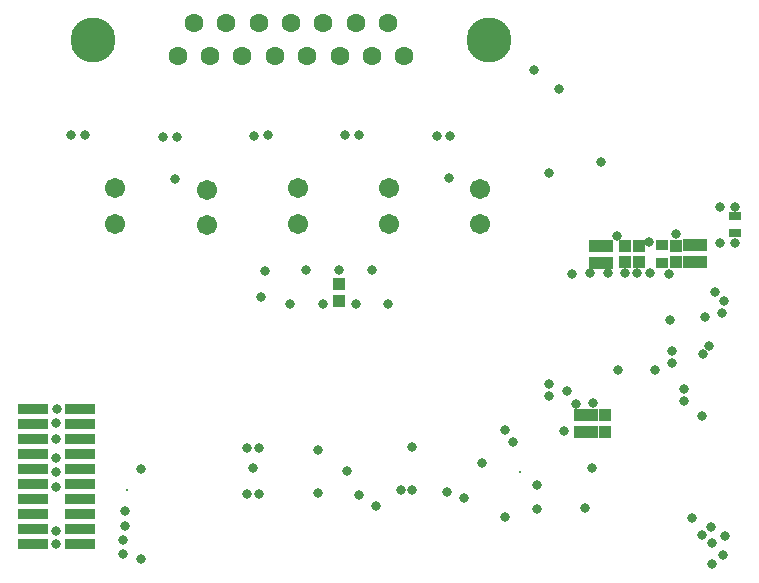
<source format=gbs>
%FSLAX25Y25*%
%MOIN*%
G70*
G01*
G75*
G04 Layer_Color=16711935*
%ADD10R,0.03150X0.03150*%
%ADD11O,0.00984X0.05906*%
%ADD12O,0.05906X0.00984*%
%ADD13R,0.03543X0.02559*%
%ADD14R,0.01575X0.01378*%
%ADD15R,0.09449X0.06693*%
%ADD16R,0.04528X0.02756*%
%ADD17R,0.03150X0.02362*%
%ADD18R,0.03543X0.02362*%
%ADD19R,0.05000X0.10000*%
%ADD20C,0.04000*%
%ADD21R,0.02400X0.07400*%
%ADD22C,0.03000*%
%ADD23C,0.00800*%
%ADD24C,0.02000*%
%ADD25C,0.01500*%
%ADD26C,0.02500*%
%ADD27C,0.01000*%
%ADD28C,0.00700*%
%ADD29C,0.01200*%
%ADD30R,0.05700X0.15400*%
%ADD31R,0.07500X0.37100*%
%ADD32R,0.06900X0.17500*%
%ADD33R,0.31800X0.05600*%
%ADD34R,0.45600X0.06300*%
%ADD35R,0.08100X0.04200*%
%ADD36R,0.09200X0.14200*%
%ADD37R,0.09400X0.04200*%
%ADD38R,0.23100X0.07700*%
%ADD39R,0.14800X0.05700*%
%ADD40R,0.03600X0.14100*%
%ADD41R,0.02200X0.05400*%
%ADD42R,0.02158X0.06200*%
%ADD43R,0.22800X0.13900*%
%ADD44C,0.05906*%
%ADD45C,0.05512*%
%ADD46C,0.14173*%
%ADD47C,0.02500*%
%ADD48R,0.09449X0.02992*%
%ADD49R,0.38300X0.04600*%
%ADD50R,0.25500X0.07100*%
%ADD51R,0.15800X0.14200*%
%ADD52R,0.21700X0.05400*%
%ADD53R,0.25000X0.07200*%
%ADD54R,0.23800X0.05800*%
%ADD55R,0.25700X0.08500*%
%ADD56R,0.24900X0.08000*%
%ADD57C,0.02362*%
%ADD58C,0.00984*%
%ADD59C,0.00600*%
%ADD60C,0.00787*%
%ADD61R,0.03950X0.03950*%
%ADD62O,0.01784X0.06706*%
%ADD63O,0.06706X0.01784*%
%ADD64R,0.04343X0.03359*%
%ADD65R,0.02375X0.02178*%
%ADD66R,0.10249X0.07493*%
%ADD67R,0.05328X0.03556*%
%ADD68R,0.03950X0.03162*%
%ADD69R,0.04343X0.03162*%
%ADD70R,0.05800X0.10800*%
%ADD71C,0.04800*%
%ADD72R,0.02800X0.07800*%
%ADD73C,0.06706*%
%ADD74C,0.06312*%
%ADD75C,0.14973*%
%ADD76C,0.00800*%
%ADD77C,0.03300*%
%ADD78R,0.10249X0.03792*%
D61*
X335700Y371944D02*
D03*
Y377456D02*
D03*
X452400Y384844D02*
D03*
Y390356D02*
D03*
X448100Y384744D02*
D03*
Y390256D02*
D03*
X431300Y384744D02*
D03*
Y390256D02*
D03*
X425300Y384644D02*
D03*
Y390156D02*
D03*
X435700Y384744D02*
D03*
Y390256D02*
D03*
X421100Y384644D02*
D03*
Y390156D02*
D03*
X456600Y384844D02*
D03*
Y390356D02*
D03*
X416100Y333756D02*
D03*
Y328244D02*
D03*
X420300Y333756D02*
D03*
Y328244D02*
D03*
X424500Y333756D02*
D03*
Y328244D02*
D03*
D64*
X443400Y390354D02*
D03*
Y384646D02*
D03*
D68*
X467900Y394644D02*
D03*
Y400156D02*
D03*
D73*
X291900Y408860D02*
D03*
Y397049D02*
D03*
X383000Y409205D02*
D03*
Y397394D02*
D03*
X352600Y409406D02*
D03*
Y397594D02*
D03*
X322200Y409320D02*
D03*
Y397509D02*
D03*
X261200Y409406D02*
D03*
Y397594D02*
D03*
D74*
X282087Y453386D02*
D03*
X292874D02*
D03*
X303661D02*
D03*
X314449D02*
D03*
X357598D02*
D03*
X346811D02*
D03*
X336024D02*
D03*
X325236D02*
D03*
X287480Y464567D02*
D03*
X298268D02*
D03*
X309055D02*
D03*
X352205D02*
D03*
X341417D02*
D03*
X330630D02*
D03*
X319843D02*
D03*
D75*
X385689Y458976D02*
D03*
X253957D02*
D03*
D76*
X396142Y314900D02*
D03*
X265258Y308650D02*
D03*
D77*
X405800Y340200D02*
D03*
Y344300D02*
D03*
X412000Y341900D02*
D03*
X352300Y370934D02*
D03*
X341400D02*
D03*
X330500D02*
D03*
X319434D02*
D03*
X307300Y316000D02*
D03*
X305200Y322900D02*
D03*
X309200D02*
D03*
X305200Y307600D02*
D03*
X309200D02*
D03*
X328700Y307700D02*
D03*
X329000Y322100D02*
D03*
X391100Y328800D02*
D03*
X360200Y323200D02*
D03*
X391100Y299900D02*
D03*
X360228Y308672D02*
D03*
X460300Y284100D02*
D03*
X451000Y342500D02*
D03*
X446800Y355300D02*
D03*
X441200Y348900D02*
D03*
X439200Y391400D02*
D03*
X428600Y393500D02*
D03*
X448200Y394000D02*
D03*
X446118Y365518D02*
D03*
X446700Y351200D02*
D03*
X461300Y374800D02*
D03*
X464300Y371800D02*
D03*
X463600Y367900D02*
D03*
X463900Y287200D02*
D03*
X464600Y293500D02*
D03*
X457900Y366400D02*
D03*
X460250Y291250D02*
D03*
X439500Y381000D02*
D03*
X453600Y299500D02*
D03*
X457300Y354200D02*
D03*
X456700Y293700D02*
D03*
X459300Y356900D02*
D03*
X460000Y296600D02*
D03*
X450900Y338400D02*
D03*
X428900Y348900D02*
D03*
X400700Y448700D02*
D03*
X419500Y381000D02*
D03*
X431300D02*
D03*
X435200Y381100D02*
D03*
X425400D02*
D03*
X446000Y380700D02*
D03*
X420400Y337700D02*
D03*
X311100Y381900D02*
D03*
X324900Y382200D02*
D03*
X346800D02*
D03*
X335756D02*
D03*
X309844Y373244D02*
D03*
X372400Y412700D02*
D03*
X281200Y412500D02*
D03*
X405740Y414360D02*
D03*
X462700Y391300D02*
D03*
Y403300D02*
D03*
X456800Y333600D02*
D03*
X467900Y391100D02*
D03*
Y403100D02*
D03*
X373000Y426900D02*
D03*
X368400Y426800D02*
D03*
X342600Y427100D02*
D03*
X338000D02*
D03*
X312200Y427000D02*
D03*
X307600Y426900D02*
D03*
X281800Y426500D02*
D03*
X277300D02*
D03*
X251200Y427100D02*
D03*
X246600D02*
D03*
X409300Y442600D02*
D03*
X423200Y418100D02*
D03*
X402000Y310500D02*
D03*
X401700Y302600D02*
D03*
X417800Y302700D02*
D03*
X383400Y317900D02*
D03*
X413400Y380900D02*
D03*
X410900Y328544D02*
D03*
X414900Y337600D02*
D03*
X338500Y315100D02*
D03*
X393700Y324700D02*
D03*
X420050Y316050D02*
D03*
X269800Y315800D02*
D03*
X342600Y307100D02*
D03*
X241500Y325800D02*
D03*
X264600Y301900D02*
D03*
X356400Y308900D02*
D03*
X241500Y319400D02*
D03*
Y314700D02*
D03*
Y309800D02*
D03*
X264400Y296700D02*
D03*
X348300Y303400D02*
D03*
X264000Y292200D02*
D03*
X269800Y285900D02*
D03*
X371900Y308000D02*
D03*
X263900Y287400D02*
D03*
X377500Y306100D02*
D03*
X241700Y335700D02*
D03*
X241600Y331200D02*
D03*
X241500Y295300D02*
D03*
Y290900D02*
D03*
D78*
X249354Y335800D02*
D03*
Y330800D02*
D03*
Y325800D02*
D03*
Y320800D02*
D03*
Y315800D02*
D03*
Y310800D02*
D03*
Y305800D02*
D03*
Y300800D02*
D03*
Y295800D02*
D03*
Y290800D02*
D03*
X234000Y335800D02*
D03*
Y330800D02*
D03*
Y325800D02*
D03*
Y320800D02*
D03*
Y315800D02*
D03*
Y310800D02*
D03*
Y305800D02*
D03*
Y300800D02*
D03*
Y295800D02*
D03*
Y290800D02*
D03*
M02*

</source>
